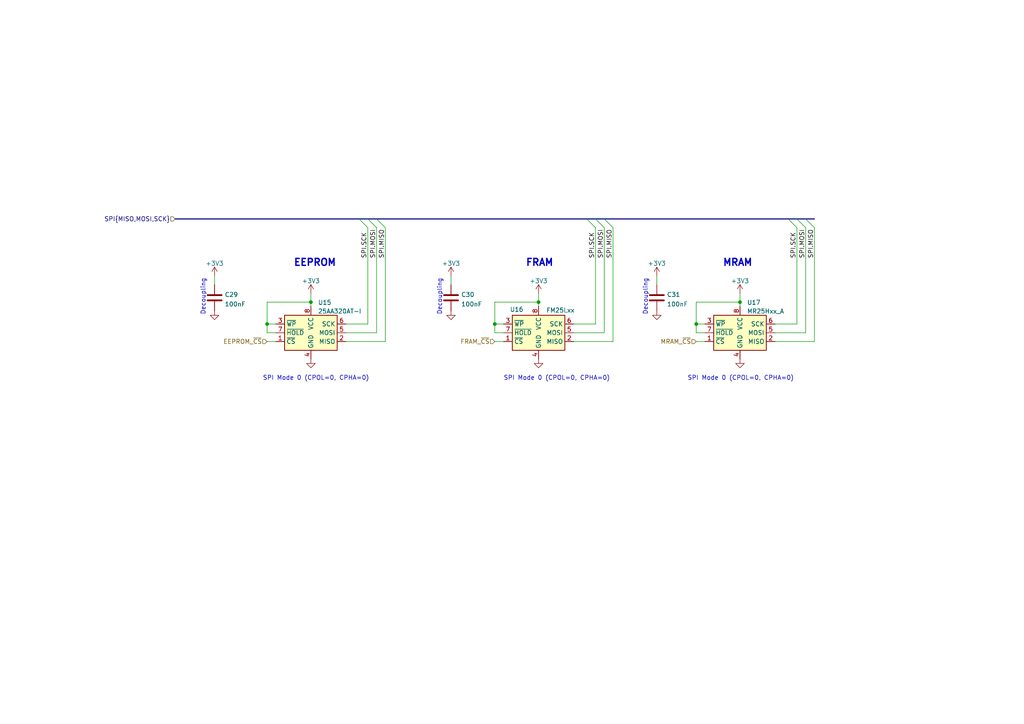
<source format=kicad_sch>
(kicad_sch (version 20211123) (generator eeschema)
  (paper "A4")
  (title_block (title "BUTCube - Flight controller") (date "2022-03-11") (rev "v1.0") (comment 1 "Author: Petr Malaník"))
  (lib_symbols
    (symbol "Device:C" (pin_numbers hide) (pin_names (offset 0.254))
      (property "Reference" "C" (at 0.635 2.54 0))
      (property "Value" "C" (at 0.635 -2.54 0))
      (symbol "C_0_1"
        (polyline (pts (xy -2.032 -0.762) (xy 2.032 -0.762)) (stroke (width 0.508)))
        (polyline (pts (xy -2.032 0.762) (xy 2.032 0.762)) (stroke (width 0.508)))
      )
      (symbol "C_1_1"
        (pin passive line (at 0 3.81 270) (length 2.794) (name "~") (number "1"))
        (pin passive line (at 0 -3.81 90) (length 2.794) (name "~") (number "2"))
      )
    )
    (symbol "Memory_EEPROM:25LCxxx"
      (property "Reference" "U" (at -7.62 6.35 0))
      (property "Value" "25LCxxx" (at 2.54 -6.35 0))
      (symbol "25LCxxx_1_1"
        (rectangle (start -7.62 5.08) (end 7.62 -5.08) (stroke (width 0.254)) (fill (type background)))
        (pin input line (at -10.16 -2.54 0) (length 2.54) (name "~{CS}") (number "1"))
        (pin tri_state line (at 10.16 -2.54 180) (length 2.54) (name "MISO") (number "2"))
        (pin input line (at -10.16 2.54 0) (length 2.54) (name "~{WP}") (number "3"))
        (pin power_in line (at 0 -7.62 90) (length 2.54) (name "GND") (number "4"))
        (pin input line (at 10.16 0 180) (length 2.54) (name "MOSI") (number "5"))
        (pin input line (at 10.16 2.54 180) (length 2.54) (name "SCK") (number "6"))
        (pin input line (at -10.16 0 0) (length 2.54) (name "~{HOLD}") (number "7"))
        (pin power_in line (at 0 7.62 270) (length 2.54) (name "VCC") (number "8"))
      )
    )
    (symbol "TCY_memory:FM25Lxx"
      (property "Reference" "U" (at -7.62 6.35 0))
      (property "Value" "FM25Lxx" (at 2.54 -6.35 0))
      (symbol "FM25Lxx_1_1"
        (rectangle (start -7.62 5.08) (end 7.62 -5.08) (stroke (width 0.254)) (fill (type background)))
        (pin input line (at -10.16 -2.54 0) (length 2.54) (name "~{CS}") (number "1"))
        (pin tri_state line (at 10.16 -2.54 180) (length 2.54) (name "MISO") (number "2"))
        (pin input line (at -10.16 2.54 0) (length 2.54) (name "~{WP}") (number "3"))
        (pin power_in line (at 0 -7.62 90) (length 2.54) (name "GND") (number "4"))
        (pin input line (at 10.16 0 180) (length 2.54) (name "MOSI") (number "5"))
        (pin input line (at 10.16 2.54 180) (length 2.54) (name "SCK") (number "6"))
        (pin input line (at -10.16 0 0) (length 2.54) (name "~{HOLD}") (number "7"))
        (pin power_in line (at 0 7.62 270) (length 2.54) (name "VCC") (number "8"))
        (pin passive line (at 0 -7.62 90) (length 2.54) hide (name "GND") (number "9"))
      )
    )
    (symbol "TCY_memory:MR25Hxx_A"
      (property "Reference" "U" (at -7.62 6.35 0))
      (property "Value" "MR25Hxx_A" (at 2.54 -6.35 0))
      (symbol "MR25Hxx_A_1_1"
        (rectangle (start -7.62 5.08) (end 7.62 -5.08) (stroke (width 0.254)) (fill (type background)))
        (pin input line (at -10.16 -2.54 0) (length 2.54) (name "~{CS}") (number "1"))
        (pin tri_state line (at 10.16 -2.54 180) (length 2.54) (name "MISO") (number "2"))
        (pin input line (at -10.16 2.54 0) (length 2.54) (name "~{WP}") (number "3"))
        (pin power_in line (at 0 -7.62 90) (length 2.54) (name "GND") (number "4"))
        (pin input line (at 10.16 0 180) (length 2.54) (name "MOSI") (number "5"))
        (pin input line (at 10.16 2.54 180) (length 2.54) (name "SCK") (number "6"))
        (pin input line (at -10.16 0 0) (length 2.54) (name "~{HOLD}") (number "7"))
        (pin power_in line (at 0 7.62 270) (length 2.54) (name "VCC") (number "8"))
        (pin passive line (at 0 -7.62 90) (length 2.54) hide (name "GND") (number "9"))
      )
    )
    (symbol "power:+3.3V" (power) (pin_names (offset 0))
      (property "Value" "+3.3V" (at 0 3.556 0))
      (symbol "+3.3V_0_1"
        (polyline (pts (xy -0.762 1.27) (xy 0 2.54)))
        (polyline (pts (xy 0 0) (xy 0 2.54)))
        (polyline (pts (xy 0 2.54) (xy 0.762 1.27)))
      )
      (symbol "+3.3V_1_1"
        (pin power_in line (at 0 0 90) (length 0) hide (name "+3V3") (number "1"))
      )
    )
    (symbol "power:GND" (power) (pin_names (offset 0))
      (property "Value" "GND" (at 0 -3.81 0))
      (symbol "GND_0_1"
        (polyline (pts (xy 0 0) (xy 0 -1.27) (xy 1.27 -1.27) (xy 0 -2.54) (xy -1.27 -1.27) (xy 0 -1.27)))
      )
      (symbol "GND_1_1"
        (pin power_in line (at 0 0 270) (length 0) hide (name "GND") (number "1"))
      )
    )
  )
  (junction (at 156.21 87.63) (diameter 0.9144))
  (junction (at 77.47 93.98) (diameter 0.9144))
  (junction (at 214.63 87.63))
  (junction (at 143.51 93.98) (diameter 0.9144))
  (junction (at 90.17 87.63) (diameter 0.9144))
  (junction (at 201.93 93.98))
  (bus_entry (at 172.72 63.5) (size 2.54 2.54))
  (bus_entry (at 170.18 63.5) (size 2.54 2.54))
  (bus_entry (at 106.68 63.5) (size 2.54 2.54))
  (bus_entry (at 228.6 63.5) (size 2.54 2.54))
  (bus_entry (at 231.14 63.5) (size 2.54 2.54))
  (bus_entry (at 104.14 63.5) (size 2.54 2.54))
  (bus_entry (at 233.68 63.5) (size 2.54 2.54))
  (bus_entry (at 109.22 63.5) (size 2.54 2.54))
  (bus_entry (at 175.26 63.5) (size 2.54 2.54))
  (wire (pts (xy 109.22 96.52) (xy 100.33 96.52)))
  (wire (pts (xy 175.26 66.04) (xy 175.26 96.52)))
  (bus (pts (xy 175.26 63.5) (xy 228.6 63.5)))
  (wire (pts (xy 143.51 93.98) (xy 146.05 93.98)))
  (wire (pts (xy 190.5 80.01) (xy 190.5 82.55)))
  (wire (pts (xy 77.47 87.63) (xy 90.17 87.63)))
  (wire (pts (xy 80.01 96.52) (xy 77.47 96.52)))
  (wire (pts (xy 143.51 99.06) (xy 146.05 99.06)))
  (wire (pts (xy 201.93 93.98) (xy 201.93 87.63)))
  (wire (pts (xy 90.17 85.09) (xy 90.17 87.63)))
  (bus (pts (xy 233.68 63.5) (xy 236.22 63.5)))
  (wire (pts (xy 201.93 96.52) (xy 201.93 93.98)))
  (wire (pts (xy 146.05 96.52) (xy 143.51 96.52)))
  (wire (pts (xy 233.68 66.04) (xy 233.68 96.52)))
  (wire (pts (xy 214.63 87.63) (xy 214.63 88.9)))
  (wire (pts (xy 177.8 66.04) (xy 177.8 99.06)))
  (wire (pts (xy 90.17 87.63) (xy 90.17 88.9)))
  (bus (pts (xy 228.6 63.5) (xy 231.14 63.5)))
  (wire (pts (xy 231.14 93.98) (xy 224.79 93.98)))
  (bus (pts (xy 104.14 63.5) (xy 106.68 63.5)))
  (wire (pts (xy 62.23 80.01) (xy 62.23 82.55)))
  (wire (pts (xy 143.51 87.63) (xy 156.21 87.63)))
  (wire (pts (xy 143.51 93.98) (xy 143.51 87.63)))
  (wire (pts (xy 231.14 66.04) (xy 231.14 93.98)))
  (bus (pts (xy 170.18 63.5) (xy 172.72 63.5)))
  (wire (pts (xy 233.68 96.52) (xy 224.79 96.52)))
  (wire (pts (xy 236.22 66.04) (xy 236.22 99.06)))
  (wire (pts (xy 100.33 99.06) (xy 111.76 99.06)))
  (wire (pts (xy 201.93 99.06) (xy 204.47 99.06)))
  (bus (pts (xy 50.8 63.5) (xy 104.14 63.5)))
  (bus (pts (xy 231.14 63.5) (xy 233.68 63.5)))
  (wire (pts (xy 156.21 85.09) (xy 156.21 87.63)))
  (wire (pts (xy 175.26 96.52) (xy 166.37 96.52)))
  (wire (pts (xy 106.68 66.04) (xy 106.68 93.98)))
  (wire (pts (xy 143.51 96.52) (xy 143.51 93.98)))
  (wire (pts (xy 77.47 93.98) (xy 77.47 87.63)))
  (wire (pts (xy 204.47 96.52) (xy 201.93 96.52)))
  (wire (pts (xy 77.47 99.06) (xy 80.01 99.06)))
  (wire (pts (xy 172.72 93.98) (xy 166.37 93.98)))
  (wire (pts (xy 224.79 99.06) (xy 236.22 99.06)))
  (wire (pts (xy 77.47 96.52) (xy 77.47 93.98)))
  (wire (pts (xy 130.81 80.01) (xy 130.81 82.55)))
  (wire (pts (xy 156.21 87.63) (xy 156.21 88.9)))
  (wire (pts (xy 172.72 66.04) (xy 172.72 93.98)))
  (wire (pts (xy 106.68 93.98) (xy 100.33 93.98)))
  (wire (pts (xy 166.37 99.06) (xy 177.8 99.06)))
  (wire (pts (xy 109.22 66.04) (xy 109.22 96.52)))
  (bus (pts (xy 106.68 63.5) (xy 109.22 63.5)))
  (bus (pts (xy 109.22 63.5) (xy 170.18 63.5)))
  (wire (pts (xy 77.47 93.98) (xy 80.01 93.98)))
  (wire (pts (xy 214.63 85.09) (xy 214.63 87.63)))
  (bus (pts (xy 172.72 63.5) (xy 175.26 63.5)))
  (wire (pts (xy 111.76 66.04) (xy 111.76 99.06)))
  (wire (pts (xy 201.93 93.98) (xy 204.47 93.98)))
  (wire (pts (xy 201.93 87.63) (xy 214.63 87.63)))
  (text "MRAM" (at 209.55 77.47 0) (effects (font (size 2 2) (thickness 0.4) bold) (justify left bottom)))
  (text "Decoupling" (at 128.27 91.44 90) (effects (font (size 1.27 1.27)) (justify left bottom)))
  (text "SPI Mode 0 (CPOL=0, CPHA=0)" (at 199.39 110.49 0) (effects (font (size 1.27 1.27)) (justify left bottom)))
  (text "SPI Mode 0 (CPOL=0, CPHA=0)" (at 76.2 110.49 0) (effects (font (size 1.27 1.27)) (justify left bottom)))
  (text "Decoupling" (at 59.69 91.44 90) (effects (font (size 1.27 1.27)) (justify left bottom)))
  (text "Decoupling" (at 187.96 91.44 90) (effects (font (size 1.27 1.27)) (justify left bottom)))
  (text "FRAM" (at 152.4 77.47 0) (effects (font (size 2 2) (thickness 0.4) bold) (justify left bottom)))
  (text "SPI Mode 0 (CPOL=0, CPHA=0)" (at 146.05 110.49 0) (effects (font (size 1.27 1.27)) (justify left bottom)))
  (text "EEPROM" (at 85.09 77.47 0) (effects (font (size 2 2) (thickness 0.4) bold) (justify left bottom)))
  (label "SPI.SCK" (at 106.68 74.93 90))
  (label "SPI.MOSI" (at 109.22 74.93 90))
  (label "SPI.SCK" (at 231.14 74.93 90))
  (label "SPI.MISO" (at 111.76 74.93 90))
  (label "SPI.MOSI" (at 233.68 74.93 90))
  (label "SPI.MISO" (at 236.22 74.93 90))
  (label "SPI.SCK" (at 172.72 74.93 90))
  (label "SPI.MOSI" (at 175.26 74.93 90))
  (label "SPI.MISO" (at 177.8 74.93 90))
  (hierarchical_label "SPI{MISO,MOSI,SCK}" (shape input) (at 50.8 63.5 180))
  (hierarchical_label "EEPROM_~{CS}" (shape input) (at 77.47 99.06 180))
  (hierarchical_label "FRAM_~{CS}" (shape input) (at 143.51 99.06 180))
  (hierarchical_label "MRAM_~{CS}" (shape input) (at 201.93 99.06 180))
  (symbol (lib_id "Device:C") (at 130.81 86.36 0) (unit 1)
    (property "Reference" "C30" (at 133.7311 85.4515 0) (effects (justify left)))
    (property "Value" "100nF" (at 133.7311 88.2266 0) (effects (justify left)))
    (property "Footprint" "TCY_passives:C_0603_1608Metric" (effects hide))
  )
  (symbol (lib_id "TCY_memory:MR25Hxx_A") (at 214.63 96.52 0) (unit 1)
    (property "Reference" "U17" (at 216.6494 87.7402 0) (effects (justify left)))
    (property "Value" "MR25Hxx_A" (at 216.6494 90.2771 0) (effects (justify left)))
    (property "Footprint" "Package_DFN_QFN:DFN-8-1EP_6x5mm_P1.27mm_EP2x2mm" (effects hide))
    (property "Datasheet" "https://www.everspin.com/family/mr25h128a" (effects hide))
  )
  (symbol (lib_id "power:+3.3V") (at 190.5 80.01 0) (unit 1)
    (property "Reference" "#PWR0127" (effects hide))
    (property "Value" "+3.3V" (at 190.5 76.4055 0))
  )
  (symbol (lib_id "Memory_EEPROM:25LCxxx") (at 90.17 96.52 0) (unit 1)
    (property "Reference" "U15" (at 92.1894 87.7402 0) (effects (justify left)))
    (property "Value" "25AA320AT-I" (at 92.1894 90.2771 0) (effects (justify left)))
    (property "Footprint" "Package_DFN_QFN:DFN-8-1EP_3x2mm_P0.5mm_EP1.3x1.5mm" (effects hide))
    (property "Datasheet" "http://ww1.microchip.com/downloads/en/DeviceDoc/21832H.pdf" (effects hide))
  )
  (symbol (lib_id "Device:C") (at 62.23 86.36 0) (unit 1)
    (property "Reference" "C29" (at 65.1511 85.4515 0) (effects (justify left)))
    (property "Value" "100nF" (at 65.1511 88.2266 0) (effects (justify left)))
    (property "Footprint" "TCY_passives:C_0603_1608Metric" (effects hide))
  )
  (symbol (lib_id "power:+3.3V") (at 62.23 80.01 0) (unit 1)
    (property "Reference" "#PWR0119" (effects hide))
    (property "Value" "+3.3V" (at 62.23 76.4055 0))
  )
  (symbol (lib_id "power:GND") (at 156.21 104.14 0) (unit 1)
    (property "Reference" "#PWR0126" (effects hide))
    (property "Value" "GND" (effects hide))
  )
  (symbol (lib_id "power:GND") (at 214.63 104.14 0) (unit 1)
    (property "Reference" "#PWR0130" (effects hide))
    (property "Value" "GND" (effects hide))
  )
  (symbol (lib_id "TCY_memory:FM25Lxx") (at 156.21 96.52 0) (unit 1)
    (property "Reference" "U16" (at 149.86 89.7594 0))
    (property "Value" "FM25Lxx" (at 162.56 89.9945 0))
    (property "Footprint" "TCY_IC:DFN-8-1EP_4.5x4mm_P0.95mm_EP3.6x2.6mm" (effects hide))
    (property "Datasheet" "https://www.cypress.com/file/136516/download" (effects hide))
  )
  (symbol (lib_id "power:+3.3V") (at 156.21 85.09 0) (unit 1)
    (property "Reference" "#PWR0125" (effects hide))
    (property "Value" "+3.3V" (at 156.21 81.4855 0))
  )
  (symbol (lib_id "power:+3.3V") (at 130.81 80.01 0) (unit 1)
    (property "Reference" "#PWR0123" (effects hide))
    (property "Value" "+3.3V" (at 130.81 76.4055 0))
  )
  (symbol (lib_id "power:GND") (at 190.5 90.17 0) (unit 1)
    (property "Reference" "#PWR0128" (effects hide))
    (property "Value" "GND" (effects hide))
  )
  (symbol (lib_id "power:GND") (at 62.23 90.17 0) (unit 1)
    (property "Reference" "#PWR0120" (effects hide))
    (property "Value" "GND" (effects hide))
  )
  (symbol (lib_id "Device:C") (at 190.5 86.36 0) (unit 1)
    (property "Reference" "C31" (at 193.4211 85.4515 0) (effects (justify left)))
    (property "Value" "100nF" (at 193.4211 88.2266 0) (effects (justify left)))
    (property "Footprint" "TCY_passives:C_0603_1608Metric" (effects hide))
  )
  (symbol (lib_id "power:GND") (at 130.81 90.17 0) (unit 1)
    (property "Reference" "#PWR0124" (effects hide))
    (property "Value" "GND" (effects hide))
  )
  (symbol (lib_id "power:GND") (at 90.17 104.14 0) (unit 1)
    (property "Reference" "#PWR0122" (effects hide))
    (property "Value" "GND" (effects hide))
  )
  (symbol (lib_id "power:+3.3V") (at 214.63 85.09 0) (unit 1)
    (property "Reference" "#PWR0129" (effects hide))
    (property "Value" "+3.3V" (at 214.63 81.4855 0))
  )
  (symbol (lib_id "power:+3.3V") (at 90.17 85.09 0) (unit 1)
    (property "Reference" "#PWR0121" (effects hide))
    (property "Value" "+3.3V" (at 90.17 81.4855 0))
  )
)
</source>
